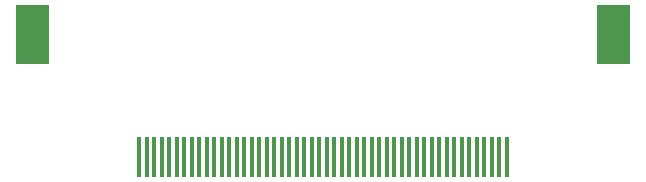
<source format=gbr>
G04 #@! TF.GenerationSoftware,KiCad,Pcbnew,5.1.2*
G04 #@! TF.CreationDate,2020-10-23T18:05:16+02:00*
G04 #@! TF.ProjectId,a30eee2cad2c9bf698126cb1c813ad28,61333065-6565-4326-9361-643263396266,rev?*
G04 #@! TF.SameCoordinates,Original*
G04 #@! TF.FileFunction,Paste,Top*
G04 #@! TF.FilePolarity,Positive*
%FSLAX46Y46*%
G04 Gerber Fmt 4.6, Leading zero omitted, Abs format (unit mm)*
G04 Created by KiCad (PCBNEW 5.1.2) date 2020-10-23 18:05:16*
%MOMM*%
%LPD*%
G04 APERTURE LIST*
%ADD10C,0.100000*%
%ADD11R,0.400000X3.500000*%
G04 APERTURE END LIST*
D10*
G36*
X142611100Y-101298600D02*
G01*
X139811100Y-101298600D01*
X139811100Y-106298600D01*
X142611100Y-106298600D01*
X142611100Y-101298600D01*
G37*
G36*
X191811100Y-101323600D02*
G01*
X189011100Y-101323600D01*
X189011100Y-106323600D01*
X191811100Y-106323600D01*
X191811100Y-101323600D01*
G37*
D11*
X150253600Y-114158600D03*
X151523600Y-114158600D03*
X152793600Y-114158600D03*
X154063600Y-114158600D03*
X155333600Y-114158600D03*
X156603600Y-114158600D03*
X157873600Y-114158600D03*
X159143600Y-114158600D03*
X160413600Y-114158600D03*
X161683600Y-114158600D03*
X162953600Y-114158600D03*
X164223600Y-114158600D03*
X165493600Y-114158600D03*
X166763600Y-114158600D03*
X168033600Y-114158600D03*
X169303600Y-114158600D03*
X170573600Y-114158600D03*
X171843600Y-114158600D03*
X173113600Y-114158600D03*
X174383600Y-114158600D03*
X175653600Y-114158600D03*
X176923600Y-114158600D03*
X178193600Y-114158600D03*
X179463600Y-114158600D03*
X180733600Y-114158600D03*
X150888600Y-114158600D03*
X152158600Y-114158600D03*
X153428600Y-114158600D03*
X154698600Y-114158600D03*
X155968600Y-114158600D03*
X157238600Y-114158600D03*
X158508600Y-114158600D03*
X159778600Y-114158600D03*
X161048600Y-114158600D03*
X162318600Y-114158600D03*
X163588600Y-114158600D03*
X164858600Y-114158600D03*
X166128600Y-114158600D03*
X167398600Y-114158600D03*
X168668600Y-114158600D03*
X169938600Y-114158600D03*
X171208600Y-114158600D03*
X172478600Y-114158600D03*
X173748600Y-114158600D03*
X175018600Y-114158600D03*
X176288600Y-114158600D03*
X177558600Y-114158600D03*
X178828600Y-114158600D03*
X180098600Y-114158600D03*
X181368600Y-114158600D03*
M02*

</source>
